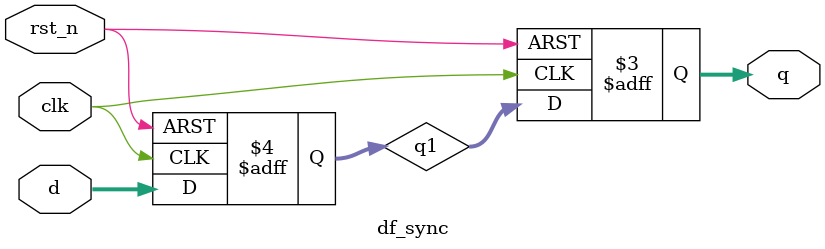
<source format=v>
module df_sync #(parameter ADDR = 6)(
    input clk,rst_n,
    input [ADDR:0] d,
    output reg [ADDR:0] q
);

reg [ADDR:0] q1;

always @(posedge clk,negedge rst_n) begin
    if (!rst_n) begin
        q <= 0;
        q1 <= 0;
    end
    else begin
      q1 <= d;
      q <= q1;
    end

end


endmodule
</source>
